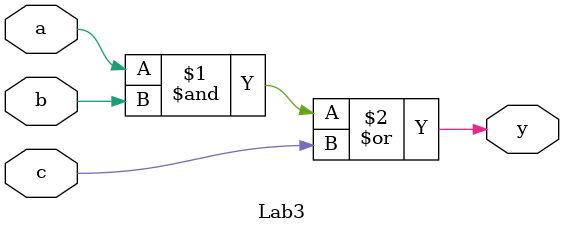
<source format=sv>
`timescale 1ns / 1ps


module Lab3(output logic y,
            input logic a,b,c
            );
    assign y = a & b | c;

endmodule

</source>
